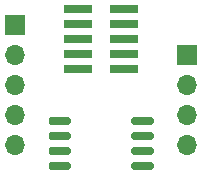
<source format=gbr>
%TF.GenerationSoftware,KiCad,Pcbnew,(5.1.7-0-10_14)*%
%TF.CreationDate,2020-11-09T11:56:13+00:00*%
%TF.ProjectId,STM32G031J6_Breakout,53544d33-3247-4303-9331-4a365f427265,rev?*%
%TF.SameCoordinates,Original*%
%TF.FileFunction,Soldermask,Top*%
%TF.FilePolarity,Negative*%
%FSLAX46Y46*%
G04 Gerber Fmt 4.6, Leading zero omitted, Abs format (unit mm)*
G04 Created by KiCad (PCBNEW (5.1.7-0-10_14)) date 2020-11-09 11:56:13*
%MOMM*%
%LPD*%
G01*
G04 APERTURE LIST*
%ADD10O,1.700000X1.700000*%
%ADD11R,1.700000X1.700000*%
%ADD12R,2.400000X0.740000*%
G04 APERTURE END LIST*
D10*
%TO.C,J4*%
X144780000Y-101600000D03*
X144780000Y-99060000D03*
X144780000Y-96520000D03*
D11*
X144780000Y-93980000D03*
%TD*%
D10*
%TO.C,J1*%
X130175000Y-101600000D03*
X130175000Y-99060000D03*
X130175000Y-96520000D03*
X130175000Y-93980000D03*
D11*
X130175000Y-91440000D03*
%TD*%
%TO.C,U2*%
G36*
G01*
X140027500Y-99718000D02*
X140027500Y-99418000D01*
G75*
G02*
X140177500Y-99268000I150000J0D01*
G01*
X141777500Y-99268000D01*
G75*
G02*
X141927500Y-99418000I0J-150000D01*
G01*
X141927500Y-99718000D01*
G75*
G02*
X141777500Y-99868000I-150000J0D01*
G01*
X140177500Y-99868000D01*
G75*
G02*
X140027500Y-99718000I0J150000D01*
G01*
G37*
G36*
G01*
X140027500Y-100988000D02*
X140027500Y-100688000D01*
G75*
G02*
X140177500Y-100538000I150000J0D01*
G01*
X141777500Y-100538000D01*
G75*
G02*
X141927500Y-100688000I0J-150000D01*
G01*
X141927500Y-100988000D01*
G75*
G02*
X141777500Y-101138000I-150000J0D01*
G01*
X140177500Y-101138000D01*
G75*
G02*
X140027500Y-100988000I0J150000D01*
G01*
G37*
G36*
G01*
X140027500Y-102258000D02*
X140027500Y-101958000D01*
G75*
G02*
X140177500Y-101808000I150000J0D01*
G01*
X141777500Y-101808000D01*
G75*
G02*
X141927500Y-101958000I0J-150000D01*
G01*
X141927500Y-102258000D01*
G75*
G02*
X141777500Y-102408000I-150000J0D01*
G01*
X140177500Y-102408000D01*
G75*
G02*
X140027500Y-102258000I0J150000D01*
G01*
G37*
G36*
G01*
X140027500Y-103528000D02*
X140027500Y-103228000D01*
G75*
G02*
X140177500Y-103078000I150000J0D01*
G01*
X141777500Y-103078000D01*
G75*
G02*
X141927500Y-103228000I0J-150000D01*
G01*
X141927500Y-103528000D01*
G75*
G02*
X141777500Y-103678000I-150000J0D01*
G01*
X140177500Y-103678000D01*
G75*
G02*
X140027500Y-103528000I0J150000D01*
G01*
G37*
G36*
G01*
X133027500Y-103528000D02*
X133027500Y-103228000D01*
G75*
G02*
X133177500Y-103078000I150000J0D01*
G01*
X134777500Y-103078000D01*
G75*
G02*
X134927500Y-103228000I0J-150000D01*
G01*
X134927500Y-103528000D01*
G75*
G02*
X134777500Y-103678000I-150000J0D01*
G01*
X133177500Y-103678000D01*
G75*
G02*
X133027500Y-103528000I0J150000D01*
G01*
G37*
G36*
G01*
X133027500Y-102258000D02*
X133027500Y-101958000D01*
G75*
G02*
X133177500Y-101808000I150000J0D01*
G01*
X134777500Y-101808000D01*
G75*
G02*
X134927500Y-101958000I0J-150000D01*
G01*
X134927500Y-102258000D01*
G75*
G02*
X134777500Y-102408000I-150000J0D01*
G01*
X133177500Y-102408000D01*
G75*
G02*
X133027500Y-102258000I0J150000D01*
G01*
G37*
G36*
G01*
X133027500Y-100988000D02*
X133027500Y-100688000D01*
G75*
G02*
X133177500Y-100538000I150000J0D01*
G01*
X134777500Y-100538000D01*
G75*
G02*
X134927500Y-100688000I0J-150000D01*
G01*
X134927500Y-100988000D01*
G75*
G02*
X134777500Y-101138000I-150000J0D01*
G01*
X133177500Y-101138000D01*
G75*
G02*
X133027500Y-100988000I0J150000D01*
G01*
G37*
G36*
G01*
X133027500Y-99718000D02*
X133027500Y-99418000D01*
G75*
G02*
X133177500Y-99268000I150000J0D01*
G01*
X134777500Y-99268000D01*
G75*
G02*
X134927500Y-99418000I0J-150000D01*
G01*
X134927500Y-99718000D01*
G75*
G02*
X134777500Y-99868000I-150000J0D01*
G01*
X133177500Y-99868000D01*
G75*
G02*
X133027500Y-99718000I0J150000D01*
G01*
G37*
%TD*%
D12*
%TO.C,J3*%
X135527500Y-90043000D03*
X139427500Y-90043000D03*
X135527500Y-91313000D03*
X139427500Y-91313000D03*
X135527500Y-92583000D03*
X139427500Y-92583000D03*
X135527500Y-93853000D03*
X139427500Y-93853000D03*
X135527500Y-95123000D03*
X139427500Y-95123000D03*
%TD*%
M02*

</source>
